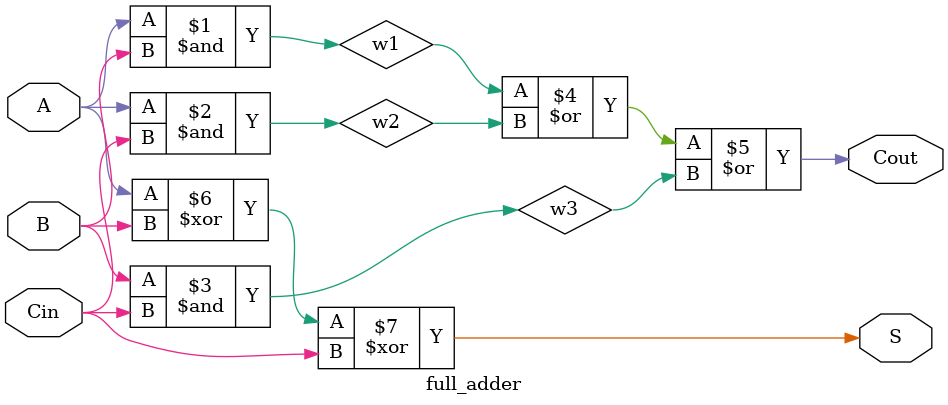
<source format=v>
module full_adder(S,Cout,A,B,Cin);
    input A, B, Cin;
    output S, Cout;
    wire w1, w2, w3;

    and A_and_B(w1, A,B);
    and A_and_Cin(w2,A,Cin);
    and B_and_Cin(w3, B, Cin);

    or Cout_gate(Cout, w1, w2, w3);
    xor Sresults(S,A,B,Cin);

endmodule
</source>
